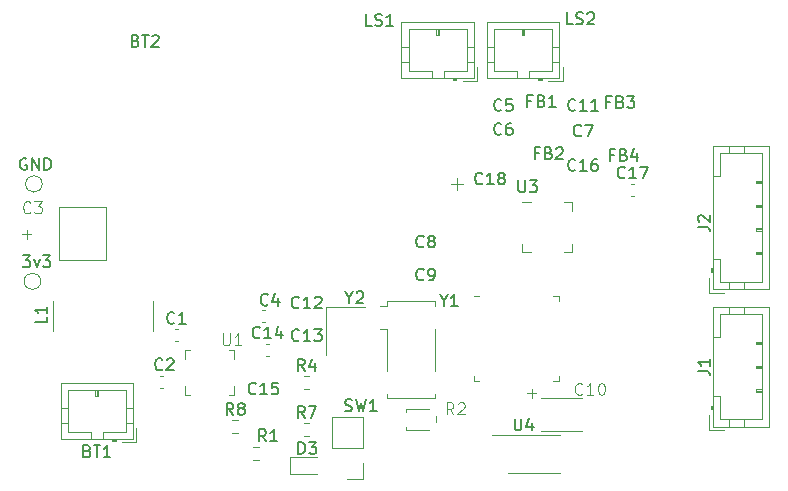
<source format=gbr>
%TF.GenerationSoftware,KiCad,Pcbnew,7.0.9*%
%TF.CreationDate,2024-01-02T07:57:38-07:00*%
%TF.ProjectId,ElephantR9,456c6570-6861-46e7-9452-392e6b696361,rev?*%
%TF.SameCoordinates,Original*%
%TF.FileFunction,Legend,Top*%
%TF.FilePolarity,Positive*%
%FSLAX46Y46*%
G04 Gerber Fmt 4.6, Leading zero omitted, Abs format (unit mm)*
G04 Created by KiCad (PCBNEW 7.0.9) date 2024-01-02 07:57:38*
%MOMM*%
%LPD*%
G01*
G04 APERTURE LIST*
%ADD10C,0.150000*%
%ADD11C,0.100000*%
%ADD12C,0.120000*%
G04 APERTURE END LIST*
D10*
X64902142Y-30551580D02*
X64854523Y-30599200D01*
X64854523Y-30599200D02*
X64711666Y-30646819D01*
X64711666Y-30646819D02*
X64616428Y-30646819D01*
X64616428Y-30646819D02*
X64473571Y-30599200D01*
X64473571Y-30599200D02*
X64378333Y-30503961D01*
X64378333Y-30503961D02*
X64330714Y-30408723D01*
X64330714Y-30408723D02*
X64283095Y-30218247D01*
X64283095Y-30218247D02*
X64283095Y-30075390D01*
X64283095Y-30075390D02*
X64330714Y-29884914D01*
X64330714Y-29884914D02*
X64378333Y-29789676D01*
X64378333Y-29789676D02*
X64473571Y-29694438D01*
X64473571Y-29694438D02*
X64616428Y-29646819D01*
X64616428Y-29646819D02*
X64711666Y-29646819D01*
X64711666Y-29646819D02*
X64854523Y-29694438D01*
X64854523Y-29694438D02*
X64902142Y-29742057D01*
X65854523Y-30646819D02*
X65283095Y-30646819D01*
X65568809Y-30646819D02*
X65568809Y-29646819D01*
X65568809Y-29646819D02*
X65473571Y-29789676D01*
X65473571Y-29789676D02*
X65378333Y-29884914D01*
X65378333Y-29884914D02*
X65283095Y-29932533D01*
X66711666Y-29646819D02*
X66521190Y-29646819D01*
X66521190Y-29646819D02*
X66425952Y-29694438D01*
X66425952Y-29694438D02*
X66378333Y-29742057D01*
X66378333Y-29742057D02*
X66283095Y-29884914D01*
X66283095Y-29884914D02*
X66235476Y-30075390D01*
X66235476Y-30075390D02*
X66235476Y-30456342D01*
X66235476Y-30456342D02*
X66283095Y-30551580D01*
X66283095Y-30551580D02*
X66330714Y-30599200D01*
X66330714Y-30599200D02*
X66425952Y-30646819D01*
X66425952Y-30646819D02*
X66616428Y-30646819D01*
X66616428Y-30646819D02*
X66711666Y-30599200D01*
X66711666Y-30599200D02*
X66759285Y-30551580D01*
X66759285Y-30551580D02*
X66806904Y-30456342D01*
X66806904Y-30456342D02*
X66806904Y-30218247D01*
X66806904Y-30218247D02*
X66759285Y-30123009D01*
X66759285Y-30123009D02*
X66711666Y-30075390D01*
X66711666Y-30075390D02*
X66616428Y-30027771D01*
X66616428Y-30027771D02*
X66425952Y-30027771D01*
X66425952Y-30027771D02*
X66330714Y-30075390D01*
X66330714Y-30075390D02*
X66283095Y-30123009D01*
X66283095Y-30123009D02*
X66235476Y-30218247D01*
X52043333Y-39822580D02*
X51995714Y-39870200D01*
X51995714Y-39870200D02*
X51852857Y-39917819D01*
X51852857Y-39917819D02*
X51757619Y-39917819D01*
X51757619Y-39917819D02*
X51614762Y-39870200D01*
X51614762Y-39870200D02*
X51519524Y-39774961D01*
X51519524Y-39774961D02*
X51471905Y-39679723D01*
X51471905Y-39679723D02*
X51424286Y-39489247D01*
X51424286Y-39489247D02*
X51424286Y-39346390D01*
X51424286Y-39346390D02*
X51471905Y-39155914D01*
X51471905Y-39155914D02*
X51519524Y-39060676D01*
X51519524Y-39060676D02*
X51614762Y-38965438D01*
X51614762Y-38965438D02*
X51757619Y-38917819D01*
X51757619Y-38917819D02*
X51852857Y-38917819D01*
X51852857Y-38917819D02*
X51995714Y-38965438D01*
X51995714Y-38965438D02*
X52043333Y-39013057D01*
X52519524Y-39917819D02*
X52710000Y-39917819D01*
X52710000Y-39917819D02*
X52805238Y-39870200D01*
X52805238Y-39870200D02*
X52852857Y-39822580D01*
X52852857Y-39822580D02*
X52948095Y-39679723D01*
X52948095Y-39679723D02*
X52995714Y-39489247D01*
X52995714Y-39489247D02*
X52995714Y-39108295D01*
X52995714Y-39108295D02*
X52948095Y-39013057D01*
X52948095Y-39013057D02*
X52900476Y-38965438D01*
X52900476Y-38965438D02*
X52805238Y-38917819D01*
X52805238Y-38917819D02*
X52614762Y-38917819D01*
X52614762Y-38917819D02*
X52519524Y-38965438D01*
X52519524Y-38965438D02*
X52471905Y-39013057D01*
X52471905Y-39013057D02*
X52424286Y-39108295D01*
X52424286Y-39108295D02*
X52424286Y-39346390D01*
X52424286Y-39346390D02*
X52471905Y-39441628D01*
X52471905Y-39441628D02*
X52519524Y-39489247D01*
X52519524Y-39489247D02*
X52614762Y-39536866D01*
X52614762Y-39536866D02*
X52805238Y-39536866D01*
X52805238Y-39536866D02*
X52900476Y-39489247D01*
X52900476Y-39489247D02*
X52948095Y-39441628D01*
X52948095Y-39441628D02*
X52995714Y-39346390D01*
X52043333Y-37028580D02*
X51995714Y-37076200D01*
X51995714Y-37076200D02*
X51852857Y-37123819D01*
X51852857Y-37123819D02*
X51757619Y-37123819D01*
X51757619Y-37123819D02*
X51614762Y-37076200D01*
X51614762Y-37076200D02*
X51519524Y-36980961D01*
X51519524Y-36980961D02*
X51471905Y-36885723D01*
X51471905Y-36885723D02*
X51424286Y-36695247D01*
X51424286Y-36695247D02*
X51424286Y-36552390D01*
X51424286Y-36552390D02*
X51471905Y-36361914D01*
X51471905Y-36361914D02*
X51519524Y-36266676D01*
X51519524Y-36266676D02*
X51614762Y-36171438D01*
X51614762Y-36171438D02*
X51757619Y-36123819D01*
X51757619Y-36123819D02*
X51852857Y-36123819D01*
X51852857Y-36123819D02*
X51995714Y-36171438D01*
X51995714Y-36171438D02*
X52043333Y-36219057D01*
X52614762Y-36552390D02*
X52519524Y-36504771D01*
X52519524Y-36504771D02*
X52471905Y-36457152D01*
X52471905Y-36457152D02*
X52424286Y-36361914D01*
X52424286Y-36361914D02*
X52424286Y-36314295D01*
X52424286Y-36314295D02*
X52471905Y-36219057D01*
X52471905Y-36219057D02*
X52519524Y-36171438D01*
X52519524Y-36171438D02*
X52614762Y-36123819D01*
X52614762Y-36123819D02*
X52805238Y-36123819D01*
X52805238Y-36123819D02*
X52900476Y-36171438D01*
X52900476Y-36171438D02*
X52948095Y-36219057D01*
X52948095Y-36219057D02*
X52995714Y-36314295D01*
X52995714Y-36314295D02*
X52995714Y-36361914D01*
X52995714Y-36361914D02*
X52948095Y-36457152D01*
X52948095Y-36457152D02*
X52900476Y-36504771D01*
X52900476Y-36504771D02*
X52805238Y-36552390D01*
X52805238Y-36552390D02*
X52614762Y-36552390D01*
X52614762Y-36552390D02*
X52519524Y-36600009D01*
X52519524Y-36600009D02*
X52471905Y-36647628D01*
X52471905Y-36647628D02*
X52424286Y-36742866D01*
X52424286Y-36742866D02*
X52424286Y-36933342D01*
X52424286Y-36933342D02*
X52471905Y-37028580D01*
X52471905Y-37028580D02*
X52519524Y-37076200D01*
X52519524Y-37076200D02*
X52614762Y-37123819D01*
X52614762Y-37123819D02*
X52805238Y-37123819D01*
X52805238Y-37123819D02*
X52900476Y-37076200D01*
X52900476Y-37076200D02*
X52948095Y-37028580D01*
X52948095Y-37028580D02*
X52995714Y-36933342D01*
X52995714Y-36933342D02*
X52995714Y-36742866D01*
X52995714Y-36742866D02*
X52948095Y-36647628D01*
X52948095Y-36647628D02*
X52900476Y-36600009D01*
X52900476Y-36600009D02*
X52805238Y-36552390D01*
D11*
X18756333Y-34144180D02*
X18708714Y-34191800D01*
X18708714Y-34191800D02*
X18565857Y-34239419D01*
X18565857Y-34239419D02*
X18470619Y-34239419D01*
X18470619Y-34239419D02*
X18327762Y-34191800D01*
X18327762Y-34191800D02*
X18232524Y-34096561D01*
X18232524Y-34096561D02*
X18184905Y-34001323D01*
X18184905Y-34001323D02*
X18137286Y-33810847D01*
X18137286Y-33810847D02*
X18137286Y-33667990D01*
X18137286Y-33667990D02*
X18184905Y-33477514D01*
X18184905Y-33477514D02*
X18232524Y-33382276D01*
X18232524Y-33382276D02*
X18327762Y-33287038D01*
X18327762Y-33287038D02*
X18470619Y-33239419D01*
X18470619Y-33239419D02*
X18565857Y-33239419D01*
X18565857Y-33239419D02*
X18708714Y-33287038D01*
X18708714Y-33287038D02*
X18756333Y-33334657D01*
X19089667Y-33239419D02*
X19708714Y-33239419D01*
X19708714Y-33239419D02*
X19375381Y-33620371D01*
X19375381Y-33620371D02*
X19518238Y-33620371D01*
X19518238Y-33620371D02*
X19613476Y-33667990D01*
X19613476Y-33667990D02*
X19661095Y-33715609D01*
X19661095Y-33715609D02*
X19708714Y-33810847D01*
X19708714Y-33810847D02*
X19708714Y-34048942D01*
X19708714Y-34048942D02*
X19661095Y-34144180D01*
X19661095Y-34144180D02*
X19613476Y-34191800D01*
X19613476Y-34191800D02*
X19518238Y-34239419D01*
X19518238Y-34239419D02*
X19232524Y-34239419D01*
X19232524Y-34239419D02*
X19137286Y-34191800D01*
X19137286Y-34191800D02*
X19089667Y-34144180D01*
X18047782Y-36031364D02*
X18809687Y-36031364D01*
X18428734Y-36412317D02*
X18428734Y-35650412D01*
D10*
X60071095Y-31458819D02*
X60071095Y-32268342D01*
X60071095Y-32268342D02*
X60118714Y-32363580D01*
X60118714Y-32363580D02*
X60166333Y-32411200D01*
X60166333Y-32411200D02*
X60261571Y-32458819D01*
X60261571Y-32458819D02*
X60452047Y-32458819D01*
X60452047Y-32458819D02*
X60547285Y-32411200D01*
X60547285Y-32411200D02*
X60594904Y-32363580D01*
X60594904Y-32363580D02*
X60642523Y-32268342D01*
X60642523Y-32268342D02*
X60642523Y-31458819D01*
X61023476Y-31458819D02*
X61642523Y-31458819D01*
X61642523Y-31458819D02*
X61309190Y-31839771D01*
X61309190Y-31839771D02*
X61452047Y-31839771D01*
X61452047Y-31839771D02*
X61547285Y-31887390D01*
X61547285Y-31887390D02*
X61594904Y-31935009D01*
X61594904Y-31935009D02*
X61642523Y-32030247D01*
X61642523Y-32030247D02*
X61642523Y-32268342D01*
X61642523Y-32268342D02*
X61594904Y-32363580D01*
X61594904Y-32363580D02*
X61547285Y-32411200D01*
X61547285Y-32411200D02*
X61452047Y-32458819D01*
X61452047Y-32458819D02*
X61166333Y-32458819D01*
X61166333Y-32458819D02*
X61071095Y-32411200D01*
X61071095Y-32411200D02*
X61023476Y-32363580D01*
X61777666Y-29141009D02*
X61444333Y-29141009D01*
X61444333Y-29664819D02*
X61444333Y-28664819D01*
X61444333Y-28664819D02*
X61920523Y-28664819D01*
X62634809Y-29141009D02*
X62777666Y-29188628D01*
X62777666Y-29188628D02*
X62825285Y-29236247D01*
X62825285Y-29236247D02*
X62872904Y-29331485D01*
X62872904Y-29331485D02*
X62872904Y-29474342D01*
X62872904Y-29474342D02*
X62825285Y-29569580D01*
X62825285Y-29569580D02*
X62777666Y-29617200D01*
X62777666Y-29617200D02*
X62682428Y-29664819D01*
X62682428Y-29664819D02*
X62301476Y-29664819D01*
X62301476Y-29664819D02*
X62301476Y-28664819D01*
X62301476Y-28664819D02*
X62634809Y-28664819D01*
X62634809Y-28664819D02*
X62730047Y-28712438D01*
X62730047Y-28712438D02*
X62777666Y-28760057D01*
X62777666Y-28760057D02*
X62825285Y-28855295D01*
X62825285Y-28855295D02*
X62825285Y-28950533D01*
X62825285Y-28950533D02*
X62777666Y-29045771D01*
X62777666Y-29045771D02*
X62730047Y-29093390D01*
X62730047Y-29093390D02*
X62634809Y-29141009D01*
X62634809Y-29141009D02*
X62301476Y-29141009D01*
X63253857Y-28760057D02*
X63301476Y-28712438D01*
X63301476Y-28712438D02*
X63396714Y-28664819D01*
X63396714Y-28664819D02*
X63634809Y-28664819D01*
X63634809Y-28664819D02*
X63730047Y-28712438D01*
X63730047Y-28712438D02*
X63777666Y-28760057D01*
X63777666Y-28760057D02*
X63825285Y-28855295D01*
X63825285Y-28855295D02*
X63825285Y-28950533D01*
X63825285Y-28950533D02*
X63777666Y-29093390D01*
X63777666Y-29093390D02*
X63206238Y-29664819D01*
X63206238Y-29664819D02*
X63825285Y-29664819D01*
X38183040Y-44740478D02*
X38135421Y-44788098D01*
X38135421Y-44788098D02*
X37992564Y-44835717D01*
X37992564Y-44835717D02*
X37897326Y-44835717D01*
X37897326Y-44835717D02*
X37754469Y-44788098D01*
X37754469Y-44788098D02*
X37659231Y-44692859D01*
X37659231Y-44692859D02*
X37611612Y-44597621D01*
X37611612Y-44597621D02*
X37563993Y-44407145D01*
X37563993Y-44407145D02*
X37563993Y-44264288D01*
X37563993Y-44264288D02*
X37611612Y-44073812D01*
X37611612Y-44073812D02*
X37659231Y-43978574D01*
X37659231Y-43978574D02*
X37754469Y-43883336D01*
X37754469Y-43883336D02*
X37897326Y-43835717D01*
X37897326Y-43835717D02*
X37992564Y-43835717D01*
X37992564Y-43835717D02*
X38135421Y-43883336D01*
X38135421Y-43883336D02*
X38183040Y-43930955D01*
X39135421Y-44835717D02*
X38563993Y-44835717D01*
X38849707Y-44835717D02*
X38849707Y-43835717D01*
X38849707Y-43835717D02*
X38754469Y-43978574D01*
X38754469Y-43978574D02*
X38659231Y-44073812D01*
X38659231Y-44073812D02*
X38563993Y-44121431D01*
X39992564Y-44169050D02*
X39992564Y-44835717D01*
X39754469Y-43788098D02*
X39516374Y-44502383D01*
X39516374Y-44502383D02*
X40135421Y-44502383D01*
X67850666Y-24796009D02*
X67517333Y-24796009D01*
X67517333Y-25319819D02*
X67517333Y-24319819D01*
X67517333Y-24319819D02*
X67993523Y-24319819D01*
X68707809Y-24796009D02*
X68850666Y-24843628D01*
X68850666Y-24843628D02*
X68898285Y-24891247D01*
X68898285Y-24891247D02*
X68945904Y-24986485D01*
X68945904Y-24986485D02*
X68945904Y-25129342D01*
X68945904Y-25129342D02*
X68898285Y-25224580D01*
X68898285Y-25224580D02*
X68850666Y-25272200D01*
X68850666Y-25272200D02*
X68755428Y-25319819D01*
X68755428Y-25319819D02*
X68374476Y-25319819D01*
X68374476Y-25319819D02*
X68374476Y-24319819D01*
X68374476Y-24319819D02*
X68707809Y-24319819D01*
X68707809Y-24319819D02*
X68803047Y-24367438D01*
X68803047Y-24367438D02*
X68850666Y-24415057D01*
X68850666Y-24415057D02*
X68898285Y-24510295D01*
X68898285Y-24510295D02*
X68898285Y-24605533D01*
X68898285Y-24605533D02*
X68850666Y-24700771D01*
X68850666Y-24700771D02*
X68803047Y-24748390D01*
X68803047Y-24748390D02*
X68707809Y-24796009D01*
X68707809Y-24796009D02*
X68374476Y-24796009D01*
X69279238Y-24319819D02*
X69898285Y-24319819D01*
X69898285Y-24319819D02*
X69564952Y-24700771D01*
X69564952Y-24700771D02*
X69707809Y-24700771D01*
X69707809Y-24700771D02*
X69803047Y-24748390D01*
X69803047Y-24748390D02*
X69850666Y-24796009D01*
X69850666Y-24796009D02*
X69898285Y-24891247D01*
X69898285Y-24891247D02*
X69898285Y-25129342D01*
X69898285Y-25129342D02*
X69850666Y-25224580D01*
X69850666Y-25224580D02*
X69803047Y-25272200D01*
X69803047Y-25272200D02*
X69707809Y-25319819D01*
X69707809Y-25319819D02*
X69422095Y-25319819D01*
X69422095Y-25319819D02*
X69326857Y-25272200D01*
X69326857Y-25272200D02*
X69279238Y-25224580D01*
X29932333Y-47431580D02*
X29884714Y-47479200D01*
X29884714Y-47479200D02*
X29741857Y-47526819D01*
X29741857Y-47526819D02*
X29646619Y-47526819D01*
X29646619Y-47526819D02*
X29503762Y-47479200D01*
X29503762Y-47479200D02*
X29408524Y-47383961D01*
X29408524Y-47383961D02*
X29360905Y-47288723D01*
X29360905Y-47288723D02*
X29313286Y-47098247D01*
X29313286Y-47098247D02*
X29313286Y-46955390D01*
X29313286Y-46955390D02*
X29360905Y-46764914D01*
X29360905Y-46764914D02*
X29408524Y-46669676D01*
X29408524Y-46669676D02*
X29503762Y-46574438D01*
X29503762Y-46574438D02*
X29646619Y-46526819D01*
X29646619Y-46526819D02*
X29741857Y-46526819D01*
X29741857Y-46526819D02*
X29884714Y-46574438D01*
X29884714Y-46574438D02*
X29932333Y-46622057D01*
X30313286Y-46622057D02*
X30360905Y-46574438D01*
X30360905Y-46574438D02*
X30456143Y-46526819D01*
X30456143Y-46526819D02*
X30694238Y-46526819D01*
X30694238Y-46526819D02*
X30789476Y-46574438D01*
X30789476Y-46574438D02*
X30837095Y-46622057D01*
X30837095Y-46622057D02*
X30884714Y-46717295D01*
X30884714Y-46717295D02*
X30884714Y-46812533D01*
X30884714Y-46812533D02*
X30837095Y-46955390D01*
X30837095Y-46955390D02*
X30265667Y-47526819D01*
X30265667Y-47526819D02*
X30884714Y-47526819D01*
X20116819Y-42996666D02*
X20116819Y-43472856D01*
X20116819Y-43472856D02*
X19116819Y-43472856D01*
X20116819Y-42139523D02*
X20116819Y-42710951D01*
X20116819Y-42425237D02*
X19116819Y-42425237D01*
X19116819Y-42425237D02*
X19259676Y-42520475D01*
X19259676Y-42520475D02*
X19354914Y-42615713D01*
X19354914Y-42615713D02*
X19402533Y-42710951D01*
X41498040Y-44963478D02*
X41450421Y-45011098D01*
X41450421Y-45011098D02*
X41307564Y-45058717D01*
X41307564Y-45058717D02*
X41212326Y-45058717D01*
X41212326Y-45058717D02*
X41069469Y-45011098D01*
X41069469Y-45011098D02*
X40974231Y-44915859D01*
X40974231Y-44915859D02*
X40926612Y-44820621D01*
X40926612Y-44820621D02*
X40878993Y-44630145D01*
X40878993Y-44630145D02*
X40878993Y-44487288D01*
X40878993Y-44487288D02*
X40926612Y-44296812D01*
X40926612Y-44296812D02*
X40974231Y-44201574D01*
X40974231Y-44201574D02*
X41069469Y-44106336D01*
X41069469Y-44106336D02*
X41212326Y-44058717D01*
X41212326Y-44058717D02*
X41307564Y-44058717D01*
X41307564Y-44058717D02*
X41450421Y-44106336D01*
X41450421Y-44106336D02*
X41498040Y-44153955D01*
X42450421Y-45058717D02*
X41878993Y-45058717D01*
X42164707Y-45058717D02*
X42164707Y-44058717D01*
X42164707Y-44058717D02*
X42069469Y-44201574D01*
X42069469Y-44201574D02*
X41974231Y-44296812D01*
X41974231Y-44296812D02*
X41878993Y-44344431D01*
X42783755Y-44058717D02*
X43402802Y-44058717D01*
X43402802Y-44058717D02*
X43069469Y-44439669D01*
X43069469Y-44439669D02*
X43212326Y-44439669D01*
X43212326Y-44439669D02*
X43307564Y-44487288D01*
X43307564Y-44487288D02*
X43355183Y-44534907D01*
X43355183Y-44534907D02*
X43402802Y-44630145D01*
X43402802Y-44630145D02*
X43402802Y-44868240D01*
X43402802Y-44868240D02*
X43355183Y-44963478D01*
X43355183Y-44963478D02*
X43307564Y-45011098D01*
X43307564Y-45011098D02*
X43212326Y-45058717D01*
X43212326Y-45058717D02*
X42926612Y-45058717D01*
X42926612Y-45058717D02*
X42831374Y-45011098D01*
X42831374Y-45011098D02*
X42783755Y-44963478D01*
X45402667Y-50953200D02*
X45545524Y-51000819D01*
X45545524Y-51000819D02*
X45783619Y-51000819D01*
X45783619Y-51000819D02*
X45878857Y-50953200D01*
X45878857Y-50953200D02*
X45926476Y-50905580D01*
X45926476Y-50905580D02*
X45974095Y-50810342D01*
X45974095Y-50810342D02*
X45974095Y-50715104D01*
X45974095Y-50715104D02*
X45926476Y-50619866D01*
X45926476Y-50619866D02*
X45878857Y-50572247D01*
X45878857Y-50572247D02*
X45783619Y-50524628D01*
X45783619Y-50524628D02*
X45593143Y-50477009D01*
X45593143Y-50477009D02*
X45497905Y-50429390D01*
X45497905Y-50429390D02*
X45450286Y-50381771D01*
X45450286Y-50381771D02*
X45402667Y-50286533D01*
X45402667Y-50286533D02*
X45402667Y-50191295D01*
X45402667Y-50191295D02*
X45450286Y-50096057D01*
X45450286Y-50096057D02*
X45497905Y-50048438D01*
X45497905Y-50048438D02*
X45593143Y-50000819D01*
X45593143Y-50000819D02*
X45831238Y-50000819D01*
X45831238Y-50000819D02*
X45974095Y-50048438D01*
X46307429Y-50000819D02*
X46545524Y-51000819D01*
X46545524Y-51000819D02*
X46736000Y-50286533D01*
X46736000Y-50286533D02*
X46926476Y-51000819D01*
X46926476Y-51000819D02*
X47164572Y-50000819D01*
X48069333Y-51000819D02*
X47497905Y-51000819D01*
X47783619Y-51000819D02*
X47783619Y-50000819D01*
X47783619Y-50000819D02*
X47688381Y-50143676D01*
X47688381Y-50143676D02*
X47593143Y-50238914D01*
X47593143Y-50238914D02*
X47497905Y-50286533D01*
X41974231Y-51566717D02*
X41640898Y-51090526D01*
X41402803Y-51566717D02*
X41402803Y-50566717D01*
X41402803Y-50566717D02*
X41783755Y-50566717D01*
X41783755Y-50566717D02*
X41878993Y-50614336D01*
X41878993Y-50614336D02*
X41926612Y-50661955D01*
X41926612Y-50661955D02*
X41974231Y-50757193D01*
X41974231Y-50757193D02*
X41974231Y-50900050D01*
X41974231Y-50900050D02*
X41926612Y-50995288D01*
X41926612Y-50995288D02*
X41878993Y-51042907D01*
X41878993Y-51042907D02*
X41783755Y-51090526D01*
X41783755Y-51090526D02*
X41402803Y-51090526D01*
X42307565Y-50566717D02*
X42974231Y-50566717D01*
X42974231Y-50566717D02*
X42545660Y-51566717D01*
X38862431Y-41954078D02*
X38814812Y-42001698D01*
X38814812Y-42001698D02*
X38671955Y-42049317D01*
X38671955Y-42049317D02*
X38576717Y-42049317D01*
X38576717Y-42049317D02*
X38433860Y-42001698D01*
X38433860Y-42001698D02*
X38338622Y-41906459D01*
X38338622Y-41906459D02*
X38291003Y-41811221D01*
X38291003Y-41811221D02*
X38243384Y-41620745D01*
X38243384Y-41620745D02*
X38243384Y-41477888D01*
X38243384Y-41477888D02*
X38291003Y-41287412D01*
X38291003Y-41287412D02*
X38338622Y-41192174D01*
X38338622Y-41192174D02*
X38433860Y-41096936D01*
X38433860Y-41096936D02*
X38576717Y-41049317D01*
X38576717Y-41049317D02*
X38671955Y-41049317D01*
X38671955Y-41049317D02*
X38814812Y-41096936D01*
X38814812Y-41096936D02*
X38862431Y-41144555D01*
X39719574Y-41382650D02*
X39719574Y-42049317D01*
X39481479Y-41001698D02*
X39243384Y-41715983D01*
X39243384Y-41715983D02*
X39862431Y-41715983D01*
X59740895Y-51626419D02*
X59740895Y-52435942D01*
X59740895Y-52435942D02*
X59788514Y-52531180D01*
X59788514Y-52531180D02*
X59836133Y-52578800D01*
X59836133Y-52578800D02*
X59931371Y-52626419D01*
X59931371Y-52626419D02*
X60121847Y-52626419D01*
X60121847Y-52626419D02*
X60217085Y-52578800D01*
X60217085Y-52578800D02*
X60264704Y-52531180D01*
X60264704Y-52531180D02*
X60312323Y-52435942D01*
X60312323Y-52435942D02*
X60312323Y-51626419D01*
X61217085Y-51959752D02*
X61217085Y-52626419D01*
X60978990Y-51578800D02*
X60740895Y-52293085D01*
X60740895Y-52293085D02*
X61359942Y-52293085D01*
X37851142Y-49474580D02*
X37803523Y-49522200D01*
X37803523Y-49522200D02*
X37660666Y-49569819D01*
X37660666Y-49569819D02*
X37565428Y-49569819D01*
X37565428Y-49569819D02*
X37422571Y-49522200D01*
X37422571Y-49522200D02*
X37327333Y-49426961D01*
X37327333Y-49426961D02*
X37279714Y-49331723D01*
X37279714Y-49331723D02*
X37232095Y-49141247D01*
X37232095Y-49141247D02*
X37232095Y-48998390D01*
X37232095Y-48998390D02*
X37279714Y-48807914D01*
X37279714Y-48807914D02*
X37327333Y-48712676D01*
X37327333Y-48712676D02*
X37422571Y-48617438D01*
X37422571Y-48617438D02*
X37565428Y-48569819D01*
X37565428Y-48569819D02*
X37660666Y-48569819D01*
X37660666Y-48569819D02*
X37803523Y-48617438D01*
X37803523Y-48617438D02*
X37851142Y-48665057D01*
X38803523Y-49569819D02*
X38232095Y-49569819D01*
X38517809Y-49569819D02*
X38517809Y-48569819D01*
X38517809Y-48569819D02*
X38422571Y-48712676D01*
X38422571Y-48712676D02*
X38327333Y-48807914D01*
X38327333Y-48807914D02*
X38232095Y-48855533D01*
X39708285Y-48569819D02*
X39232095Y-48569819D01*
X39232095Y-48569819D02*
X39184476Y-49046009D01*
X39184476Y-49046009D02*
X39232095Y-48998390D01*
X39232095Y-48998390D02*
X39327333Y-48950771D01*
X39327333Y-48950771D02*
X39565428Y-48950771D01*
X39565428Y-48950771D02*
X39660666Y-48998390D01*
X39660666Y-48998390D02*
X39708285Y-49046009D01*
X39708285Y-49046009D02*
X39755904Y-49141247D01*
X39755904Y-49141247D02*
X39755904Y-49379342D01*
X39755904Y-49379342D02*
X39708285Y-49474580D01*
X39708285Y-49474580D02*
X39660666Y-49522200D01*
X39660666Y-49522200D02*
X39565428Y-49569819D01*
X39565428Y-49569819D02*
X39327333Y-49569819D01*
X39327333Y-49569819D02*
X39232095Y-49522200D01*
X39232095Y-49522200D02*
X39184476Y-49474580D01*
X45751809Y-41380628D02*
X45751809Y-41856819D01*
X45418476Y-40856819D02*
X45751809Y-41380628D01*
X45751809Y-41380628D02*
X46085142Y-40856819D01*
X46370857Y-40952057D02*
X46418476Y-40904438D01*
X46418476Y-40904438D02*
X46513714Y-40856819D01*
X46513714Y-40856819D02*
X46751809Y-40856819D01*
X46751809Y-40856819D02*
X46847047Y-40904438D01*
X46847047Y-40904438D02*
X46894666Y-40952057D01*
X46894666Y-40952057D02*
X46942285Y-41047295D01*
X46942285Y-41047295D02*
X46942285Y-41142533D01*
X46942285Y-41142533D02*
X46894666Y-41285390D01*
X46894666Y-41285390D02*
X46323238Y-41856819D01*
X46323238Y-41856819D02*
X46942285Y-41856819D01*
X58621333Y-25471580D02*
X58573714Y-25519200D01*
X58573714Y-25519200D02*
X58430857Y-25566819D01*
X58430857Y-25566819D02*
X58335619Y-25566819D01*
X58335619Y-25566819D02*
X58192762Y-25519200D01*
X58192762Y-25519200D02*
X58097524Y-25423961D01*
X58097524Y-25423961D02*
X58049905Y-25328723D01*
X58049905Y-25328723D02*
X58002286Y-25138247D01*
X58002286Y-25138247D02*
X58002286Y-24995390D01*
X58002286Y-24995390D02*
X58049905Y-24804914D01*
X58049905Y-24804914D02*
X58097524Y-24709676D01*
X58097524Y-24709676D02*
X58192762Y-24614438D01*
X58192762Y-24614438D02*
X58335619Y-24566819D01*
X58335619Y-24566819D02*
X58430857Y-24566819D01*
X58430857Y-24566819D02*
X58573714Y-24614438D01*
X58573714Y-24614438D02*
X58621333Y-24662057D01*
X59526095Y-24566819D02*
X59049905Y-24566819D01*
X59049905Y-24566819D02*
X59002286Y-25043009D01*
X59002286Y-25043009D02*
X59049905Y-24995390D01*
X59049905Y-24995390D02*
X59145143Y-24947771D01*
X59145143Y-24947771D02*
X59383238Y-24947771D01*
X59383238Y-24947771D02*
X59478476Y-24995390D01*
X59478476Y-24995390D02*
X59526095Y-25043009D01*
X59526095Y-25043009D02*
X59573714Y-25138247D01*
X59573714Y-25138247D02*
X59573714Y-25376342D01*
X59573714Y-25376342D02*
X59526095Y-25471580D01*
X59526095Y-25471580D02*
X59478476Y-25519200D01*
X59478476Y-25519200D02*
X59383238Y-25566819D01*
X59383238Y-25566819D02*
X59145143Y-25566819D01*
X59145143Y-25566819D02*
X59049905Y-25519200D01*
X59049905Y-25519200D02*
X59002286Y-25471580D01*
X27662285Y-19616009D02*
X27805142Y-19663628D01*
X27805142Y-19663628D02*
X27852761Y-19711247D01*
X27852761Y-19711247D02*
X27900380Y-19806485D01*
X27900380Y-19806485D02*
X27900380Y-19949342D01*
X27900380Y-19949342D02*
X27852761Y-20044580D01*
X27852761Y-20044580D02*
X27805142Y-20092200D01*
X27805142Y-20092200D02*
X27709904Y-20139819D01*
X27709904Y-20139819D02*
X27328952Y-20139819D01*
X27328952Y-20139819D02*
X27328952Y-19139819D01*
X27328952Y-19139819D02*
X27662285Y-19139819D01*
X27662285Y-19139819D02*
X27757523Y-19187438D01*
X27757523Y-19187438D02*
X27805142Y-19235057D01*
X27805142Y-19235057D02*
X27852761Y-19330295D01*
X27852761Y-19330295D02*
X27852761Y-19425533D01*
X27852761Y-19425533D02*
X27805142Y-19520771D01*
X27805142Y-19520771D02*
X27757523Y-19568390D01*
X27757523Y-19568390D02*
X27662285Y-19616009D01*
X27662285Y-19616009D02*
X27328952Y-19616009D01*
X28186095Y-19139819D02*
X28757523Y-19139819D01*
X28471809Y-20139819D02*
X28471809Y-19139819D01*
X29043238Y-19235057D02*
X29090857Y-19187438D01*
X29090857Y-19187438D02*
X29186095Y-19139819D01*
X29186095Y-19139819D02*
X29424190Y-19139819D01*
X29424190Y-19139819D02*
X29519428Y-19187438D01*
X29519428Y-19187438D02*
X29567047Y-19235057D01*
X29567047Y-19235057D02*
X29614666Y-19330295D01*
X29614666Y-19330295D02*
X29614666Y-19425533D01*
X29614666Y-19425533D02*
X29567047Y-19568390D01*
X29567047Y-19568390D02*
X28995619Y-20139819D01*
X28995619Y-20139819D02*
X29614666Y-20139819D01*
X64902142Y-25471580D02*
X64854523Y-25519200D01*
X64854523Y-25519200D02*
X64711666Y-25566819D01*
X64711666Y-25566819D02*
X64616428Y-25566819D01*
X64616428Y-25566819D02*
X64473571Y-25519200D01*
X64473571Y-25519200D02*
X64378333Y-25423961D01*
X64378333Y-25423961D02*
X64330714Y-25328723D01*
X64330714Y-25328723D02*
X64283095Y-25138247D01*
X64283095Y-25138247D02*
X64283095Y-24995390D01*
X64283095Y-24995390D02*
X64330714Y-24804914D01*
X64330714Y-24804914D02*
X64378333Y-24709676D01*
X64378333Y-24709676D02*
X64473571Y-24614438D01*
X64473571Y-24614438D02*
X64616428Y-24566819D01*
X64616428Y-24566819D02*
X64711666Y-24566819D01*
X64711666Y-24566819D02*
X64854523Y-24614438D01*
X64854523Y-24614438D02*
X64902142Y-24662057D01*
X65854523Y-25566819D02*
X65283095Y-25566819D01*
X65568809Y-25566819D02*
X65568809Y-24566819D01*
X65568809Y-24566819D02*
X65473571Y-24709676D01*
X65473571Y-24709676D02*
X65378333Y-24804914D01*
X65378333Y-24804914D02*
X65283095Y-24852533D01*
X66806904Y-25566819D02*
X66235476Y-25566819D01*
X66521190Y-25566819D02*
X66521190Y-24566819D01*
X66521190Y-24566819D02*
X66425952Y-24709676D01*
X66425952Y-24709676D02*
X66330714Y-24804914D01*
X66330714Y-24804914D02*
X66235476Y-24852533D01*
X57028142Y-31694580D02*
X56980523Y-31742200D01*
X56980523Y-31742200D02*
X56837666Y-31789819D01*
X56837666Y-31789819D02*
X56742428Y-31789819D01*
X56742428Y-31789819D02*
X56599571Y-31742200D01*
X56599571Y-31742200D02*
X56504333Y-31646961D01*
X56504333Y-31646961D02*
X56456714Y-31551723D01*
X56456714Y-31551723D02*
X56409095Y-31361247D01*
X56409095Y-31361247D02*
X56409095Y-31218390D01*
X56409095Y-31218390D02*
X56456714Y-31027914D01*
X56456714Y-31027914D02*
X56504333Y-30932676D01*
X56504333Y-30932676D02*
X56599571Y-30837438D01*
X56599571Y-30837438D02*
X56742428Y-30789819D01*
X56742428Y-30789819D02*
X56837666Y-30789819D01*
X56837666Y-30789819D02*
X56980523Y-30837438D01*
X56980523Y-30837438D02*
X57028142Y-30885057D01*
X57980523Y-31789819D02*
X57409095Y-31789819D01*
X57694809Y-31789819D02*
X57694809Y-30789819D01*
X57694809Y-30789819D02*
X57599571Y-30932676D01*
X57599571Y-30932676D02*
X57504333Y-31027914D01*
X57504333Y-31027914D02*
X57409095Y-31075533D01*
X58551952Y-31218390D02*
X58456714Y-31170771D01*
X58456714Y-31170771D02*
X58409095Y-31123152D01*
X58409095Y-31123152D02*
X58361476Y-31027914D01*
X58361476Y-31027914D02*
X58361476Y-30980295D01*
X58361476Y-30980295D02*
X58409095Y-30885057D01*
X58409095Y-30885057D02*
X58456714Y-30837438D01*
X58456714Y-30837438D02*
X58551952Y-30789819D01*
X58551952Y-30789819D02*
X58742428Y-30789819D01*
X58742428Y-30789819D02*
X58837666Y-30837438D01*
X58837666Y-30837438D02*
X58885285Y-30885057D01*
X58885285Y-30885057D02*
X58932904Y-30980295D01*
X58932904Y-30980295D02*
X58932904Y-31027914D01*
X58932904Y-31027914D02*
X58885285Y-31123152D01*
X58885285Y-31123152D02*
X58837666Y-31170771D01*
X58837666Y-31170771D02*
X58742428Y-31218390D01*
X58742428Y-31218390D02*
X58551952Y-31218390D01*
X58551952Y-31218390D02*
X58456714Y-31266009D01*
X58456714Y-31266009D02*
X58409095Y-31313628D01*
X58409095Y-31313628D02*
X58361476Y-31408866D01*
X58361476Y-31408866D02*
X58361476Y-31599342D01*
X58361476Y-31599342D02*
X58409095Y-31694580D01*
X58409095Y-31694580D02*
X58456714Y-31742200D01*
X58456714Y-31742200D02*
X58551952Y-31789819D01*
X58551952Y-31789819D02*
X58742428Y-31789819D01*
X58742428Y-31789819D02*
X58837666Y-31742200D01*
X58837666Y-31742200D02*
X58885285Y-31694580D01*
X58885285Y-31694580D02*
X58932904Y-31599342D01*
X58932904Y-31599342D02*
X58932904Y-31408866D01*
X58932904Y-31408866D02*
X58885285Y-31313628D01*
X58885285Y-31313628D02*
X58837666Y-31266009D01*
X58837666Y-31266009D02*
X58742428Y-31218390D01*
X64667142Y-18234819D02*
X64190952Y-18234819D01*
X64190952Y-18234819D02*
X64190952Y-17234819D01*
X64952857Y-18187200D02*
X65095714Y-18234819D01*
X65095714Y-18234819D02*
X65333809Y-18234819D01*
X65333809Y-18234819D02*
X65429047Y-18187200D01*
X65429047Y-18187200D02*
X65476666Y-18139580D01*
X65476666Y-18139580D02*
X65524285Y-18044342D01*
X65524285Y-18044342D02*
X65524285Y-17949104D01*
X65524285Y-17949104D02*
X65476666Y-17853866D01*
X65476666Y-17853866D02*
X65429047Y-17806247D01*
X65429047Y-17806247D02*
X65333809Y-17758628D01*
X65333809Y-17758628D02*
X65143333Y-17711009D01*
X65143333Y-17711009D02*
X65048095Y-17663390D01*
X65048095Y-17663390D02*
X65000476Y-17615771D01*
X65000476Y-17615771D02*
X64952857Y-17520533D01*
X64952857Y-17520533D02*
X64952857Y-17425295D01*
X64952857Y-17425295D02*
X65000476Y-17330057D01*
X65000476Y-17330057D02*
X65048095Y-17282438D01*
X65048095Y-17282438D02*
X65143333Y-17234819D01*
X65143333Y-17234819D02*
X65381428Y-17234819D01*
X65381428Y-17234819D02*
X65524285Y-17282438D01*
X65905238Y-17330057D02*
X65952857Y-17282438D01*
X65952857Y-17282438D02*
X66048095Y-17234819D01*
X66048095Y-17234819D02*
X66286190Y-17234819D01*
X66286190Y-17234819D02*
X66381428Y-17282438D01*
X66381428Y-17282438D02*
X66429047Y-17330057D01*
X66429047Y-17330057D02*
X66476666Y-17425295D01*
X66476666Y-17425295D02*
X66476666Y-17520533D01*
X66476666Y-17520533D02*
X66429047Y-17663390D01*
X66429047Y-17663390D02*
X65857619Y-18234819D01*
X65857619Y-18234819D02*
X66476666Y-18234819D01*
X41498040Y-42199478D02*
X41450421Y-42247098D01*
X41450421Y-42247098D02*
X41307564Y-42294717D01*
X41307564Y-42294717D02*
X41212326Y-42294717D01*
X41212326Y-42294717D02*
X41069469Y-42247098D01*
X41069469Y-42247098D02*
X40974231Y-42151859D01*
X40974231Y-42151859D02*
X40926612Y-42056621D01*
X40926612Y-42056621D02*
X40878993Y-41866145D01*
X40878993Y-41866145D02*
X40878993Y-41723288D01*
X40878993Y-41723288D02*
X40926612Y-41532812D01*
X40926612Y-41532812D02*
X40974231Y-41437574D01*
X40974231Y-41437574D02*
X41069469Y-41342336D01*
X41069469Y-41342336D02*
X41212326Y-41294717D01*
X41212326Y-41294717D02*
X41307564Y-41294717D01*
X41307564Y-41294717D02*
X41450421Y-41342336D01*
X41450421Y-41342336D02*
X41498040Y-41389955D01*
X42450421Y-42294717D02*
X41878993Y-42294717D01*
X42164707Y-42294717D02*
X42164707Y-41294717D01*
X42164707Y-41294717D02*
X42069469Y-41437574D01*
X42069469Y-41437574D02*
X41974231Y-41532812D01*
X41974231Y-41532812D02*
X41878993Y-41580431D01*
X42831374Y-41389955D02*
X42878993Y-41342336D01*
X42878993Y-41342336D02*
X42974231Y-41294717D01*
X42974231Y-41294717D02*
X43212326Y-41294717D01*
X43212326Y-41294717D02*
X43307564Y-41342336D01*
X43307564Y-41342336D02*
X43355183Y-41389955D01*
X43355183Y-41389955D02*
X43402802Y-41485193D01*
X43402802Y-41485193D02*
X43402802Y-41580431D01*
X43402802Y-41580431D02*
X43355183Y-41723288D01*
X43355183Y-41723288D02*
X42783755Y-42294717D01*
X42783755Y-42294717D02*
X43402802Y-42294717D01*
X41442803Y-54614717D02*
X41442803Y-53614717D01*
X41442803Y-53614717D02*
X41680898Y-53614717D01*
X41680898Y-53614717D02*
X41823755Y-53662336D01*
X41823755Y-53662336D02*
X41918993Y-53757574D01*
X41918993Y-53757574D02*
X41966612Y-53852812D01*
X41966612Y-53852812D02*
X42014231Y-54043288D01*
X42014231Y-54043288D02*
X42014231Y-54186145D01*
X42014231Y-54186145D02*
X41966612Y-54376621D01*
X41966612Y-54376621D02*
X41918993Y-54471859D01*
X41918993Y-54471859D02*
X41823755Y-54567098D01*
X41823755Y-54567098D02*
X41680898Y-54614717D01*
X41680898Y-54614717D02*
X41442803Y-54614717D01*
X42347565Y-53614717D02*
X42966612Y-53614717D01*
X42966612Y-53614717D02*
X42633279Y-53995669D01*
X42633279Y-53995669D02*
X42776136Y-53995669D01*
X42776136Y-53995669D02*
X42871374Y-54043288D01*
X42871374Y-54043288D02*
X42918993Y-54090907D01*
X42918993Y-54090907D02*
X42966612Y-54186145D01*
X42966612Y-54186145D02*
X42966612Y-54424240D01*
X42966612Y-54424240D02*
X42918993Y-54519478D01*
X42918993Y-54519478D02*
X42871374Y-54567098D01*
X42871374Y-54567098D02*
X42776136Y-54614717D01*
X42776136Y-54614717D02*
X42490422Y-54614717D01*
X42490422Y-54614717D02*
X42395184Y-54567098D01*
X42395184Y-54567098D02*
X42347565Y-54519478D01*
X38695333Y-53540819D02*
X38362000Y-53064628D01*
X38123905Y-53540819D02*
X38123905Y-52540819D01*
X38123905Y-52540819D02*
X38504857Y-52540819D01*
X38504857Y-52540819D02*
X38600095Y-52588438D01*
X38600095Y-52588438D02*
X38647714Y-52636057D01*
X38647714Y-52636057D02*
X38695333Y-52731295D01*
X38695333Y-52731295D02*
X38695333Y-52874152D01*
X38695333Y-52874152D02*
X38647714Y-52969390D01*
X38647714Y-52969390D02*
X38600095Y-53017009D01*
X38600095Y-53017009D02*
X38504857Y-53064628D01*
X38504857Y-53064628D02*
X38123905Y-53064628D01*
X39647714Y-53540819D02*
X39076286Y-53540819D01*
X39362000Y-53540819D02*
X39362000Y-52540819D01*
X39362000Y-52540819D02*
X39266762Y-52683676D01*
X39266762Y-52683676D02*
X39171524Y-52778914D01*
X39171524Y-52778914D02*
X39076286Y-52826533D01*
X47649142Y-18361819D02*
X47172952Y-18361819D01*
X47172952Y-18361819D02*
X47172952Y-17361819D01*
X47934857Y-18314200D02*
X48077714Y-18361819D01*
X48077714Y-18361819D02*
X48315809Y-18361819D01*
X48315809Y-18361819D02*
X48411047Y-18314200D01*
X48411047Y-18314200D02*
X48458666Y-18266580D01*
X48458666Y-18266580D02*
X48506285Y-18171342D01*
X48506285Y-18171342D02*
X48506285Y-18076104D01*
X48506285Y-18076104D02*
X48458666Y-17980866D01*
X48458666Y-17980866D02*
X48411047Y-17933247D01*
X48411047Y-17933247D02*
X48315809Y-17885628D01*
X48315809Y-17885628D02*
X48125333Y-17838009D01*
X48125333Y-17838009D02*
X48030095Y-17790390D01*
X48030095Y-17790390D02*
X47982476Y-17742771D01*
X47982476Y-17742771D02*
X47934857Y-17647533D01*
X47934857Y-17647533D02*
X47934857Y-17552295D01*
X47934857Y-17552295D02*
X47982476Y-17457057D01*
X47982476Y-17457057D02*
X48030095Y-17409438D01*
X48030095Y-17409438D02*
X48125333Y-17361819D01*
X48125333Y-17361819D02*
X48363428Y-17361819D01*
X48363428Y-17361819D02*
X48506285Y-17409438D01*
X49458666Y-18361819D02*
X48887238Y-18361819D01*
X49172952Y-18361819D02*
X49172952Y-17361819D01*
X49172952Y-17361819D02*
X49077714Y-17504676D01*
X49077714Y-17504676D02*
X48982476Y-17599914D01*
X48982476Y-17599914D02*
X48887238Y-17647533D01*
X53752809Y-41634628D02*
X53752809Y-42110819D01*
X53419476Y-41110819D02*
X53752809Y-41634628D01*
X53752809Y-41634628D02*
X54086142Y-41110819D01*
X54943285Y-42110819D02*
X54371857Y-42110819D01*
X54657571Y-42110819D02*
X54657571Y-41110819D01*
X54657571Y-41110819D02*
X54562333Y-41253676D01*
X54562333Y-41253676D02*
X54467095Y-41348914D01*
X54467095Y-41348914D02*
X54371857Y-41396533D01*
X41960129Y-47585859D02*
X41626796Y-47109668D01*
X41388701Y-47585859D02*
X41388701Y-46585859D01*
X41388701Y-46585859D02*
X41769653Y-46585859D01*
X41769653Y-46585859D02*
X41864891Y-46633478D01*
X41864891Y-46633478D02*
X41912510Y-46681097D01*
X41912510Y-46681097D02*
X41960129Y-46776335D01*
X41960129Y-46776335D02*
X41960129Y-46919192D01*
X41960129Y-46919192D02*
X41912510Y-47014430D01*
X41912510Y-47014430D02*
X41864891Y-47062049D01*
X41864891Y-47062049D02*
X41769653Y-47109668D01*
X41769653Y-47109668D02*
X41388701Y-47109668D01*
X42817272Y-46919192D02*
X42817272Y-47585859D01*
X42579177Y-46538240D02*
X42341082Y-47252525D01*
X42341082Y-47252525D02*
X42960129Y-47252525D01*
X69093142Y-31187580D02*
X69045523Y-31235200D01*
X69045523Y-31235200D02*
X68902666Y-31282819D01*
X68902666Y-31282819D02*
X68807428Y-31282819D01*
X68807428Y-31282819D02*
X68664571Y-31235200D01*
X68664571Y-31235200D02*
X68569333Y-31139961D01*
X68569333Y-31139961D02*
X68521714Y-31044723D01*
X68521714Y-31044723D02*
X68474095Y-30854247D01*
X68474095Y-30854247D02*
X68474095Y-30711390D01*
X68474095Y-30711390D02*
X68521714Y-30520914D01*
X68521714Y-30520914D02*
X68569333Y-30425676D01*
X68569333Y-30425676D02*
X68664571Y-30330438D01*
X68664571Y-30330438D02*
X68807428Y-30282819D01*
X68807428Y-30282819D02*
X68902666Y-30282819D01*
X68902666Y-30282819D02*
X69045523Y-30330438D01*
X69045523Y-30330438D02*
X69093142Y-30378057D01*
X70045523Y-31282819D02*
X69474095Y-31282819D01*
X69759809Y-31282819D02*
X69759809Y-30282819D01*
X69759809Y-30282819D02*
X69664571Y-30425676D01*
X69664571Y-30425676D02*
X69569333Y-30520914D01*
X69569333Y-30520914D02*
X69474095Y-30568533D01*
X70378857Y-30282819D02*
X71045523Y-30282819D01*
X71045523Y-30282819D02*
X70616952Y-31282819D01*
X18415095Y-29601438D02*
X18319857Y-29553819D01*
X18319857Y-29553819D02*
X18177000Y-29553819D01*
X18177000Y-29553819D02*
X18034143Y-29601438D01*
X18034143Y-29601438D02*
X17938905Y-29696676D01*
X17938905Y-29696676D02*
X17891286Y-29791914D01*
X17891286Y-29791914D02*
X17843667Y-29982390D01*
X17843667Y-29982390D02*
X17843667Y-30125247D01*
X17843667Y-30125247D02*
X17891286Y-30315723D01*
X17891286Y-30315723D02*
X17938905Y-30410961D01*
X17938905Y-30410961D02*
X18034143Y-30506200D01*
X18034143Y-30506200D02*
X18177000Y-30553819D01*
X18177000Y-30553819D02*
X18272238Y-30553819D01*
X18272238Y-30553819D02*
X18415095Y-30506200D01*
X18415095Y-30506200D02*
X18462714Y-30458580D01*
X18462714Y-30458580D02*
X18462714Y-30125247D01*
X18462714Y-30125247D02*
X18272238Y-30125247D01*
X18891286Y-30553819D02*
X18891286Y-29553819D01*
X18891286Y-29553819D02*
X19462714Y-30553819D01*
X19462714Y-30553819D02*
X19462714Y-29553819D01*
X19938905Y-30553819D02*
X19938905Y-29553819D01*
X19938905Y-29553819D02*
X20177000Y-29553819D01*
X20177000Y-29553819D02*
X20319857Y-29601438D01*
X20319857Y-29601438D02*
X20415095Y-29696676D01*
X20415095Y-29696676D02*
X20462714Y-29791914D01*
X20462714Y-29791914D02*
X20510333Y-29982390D01*
X20510333Y-29982390D02*
X20510333Y-30125247D01*
X20510333Y-30125247D02*
X20462714Y-30315723D01*
X20462714Y-30315723D02*
X20415095Y-30410961D01*
X20415095Y-30410961D02*
X20319857Y-30506200D01*
X20319857Y-30506200D02*
X20177000Y-30553819D01*
X20177000Y-30553819D02*
X19938905Y-30553819D01*
X23578183Y-54356907D02*
X23721040Y-54404526D01*
X23721040Y-54404526D02*
X23768659Y-54452145D01*
X23768659Y-54452145D02*
X23816278Y-54547383D01*
X23816278Y-54547383D02*
X23816278Y-54690240D01*
X23816278Y-54690240D02*
X23768659Y-54785478D01*
X23768659Y-54785478D02*
X23721040Y-54833098D01*
X23721040Y-54833098D02*
X23625802Y-54880717D01*
X23625802Y-54880717D02*
X23244850Y-54880717D01*
X23244850Y-54880717D02*
X23244850Y-53880717D01*
X23244850Y-53880717D02*
X23578183Y-53880717D01*
X23578183Y-53880717D02*
X23673421Y-53928336D01*
X23673421Y-53928336D02*
X23721040Y-53975955D01*
X23721040Y-53975955D02*
X23768659Y-54071193D01*
X23768659Y-54071193D02*
X23768659Y-54166431D01*
X23768659Y-54166431D02*
X23721040Y-54261669D01*
X23721040Y-54261669D02*
X23673421Y-54309288D01*
X23673421Y-54309288D02*
X23578183Y-54356907D01*
X23578183Y-54356907D02*
X23244850Y-54356907D01*
X24101993Y-53880717D02*
X24673421Y-53880717D01*
X24387707Y-54880717D02*
X24387707Y-53880717D01*
X25530564Y-54880717D02*
X24959136Y-54880717D01*
X25244850Y-54880717D02*
X25244850Y-53880717D01*
X25244850Y-53880717D02*
X25149612Y-54023574D01*
X25149612Y-54023574D02*
X25054374Y-54118812D01*
X25054374Y-54118812D02*
X24959136Y-54166431D01*
X35929231Y-51312717D02*
X35595898Y-50836526D01*
X35357803Y-51312717D02*
X35357803Y-50312717D01*
X35357803Y-50312717D02*
X35738755Y-50312717D01*
X35738755Y-50312717D02*
X35833993Y-50360336D01*
X35833993Y-50360336D02*
X35881612Y-50407955D01*
X35881612Y-50407955D02*
X35929231Y-50503193D01*
X35929231Y-50503193D02*
X35929231Y-50646050D01*
X35929231Y-50646050D02*
X35881612Y-50741288D01*
X35881612Y-50741288D02*
X35833993Y-50788907D01*
X35833993Y-50788907D02*
X35738755Y-50836526D01*
X35738755Y-50836526D02*
X35357803Y-50836526D01*
X36500660Y-50741288D02*
X36405422Y-50693669D01*
X36405422Y-50693669D02*
X36357803Y-50646050D01*
X36357803Y-50646050D02*
X36310184Y-50550812D01*
X36310184Y-50550812D02*
X36310184Y-50503193D01*
X36310184Y-50503193D02*
X36357803Y-50407955D01*
X36357803Y-50407955D02*
X36405422Y-50360336D01*
X36405422Y-50360336D02*
X36500660Y-50312717D01*
X36500660Y-50312717D02*
X36691136Y-50312717D01*
X36691136Y-50312717D02*
X36786374Y-50360336D01*
X36786374Y-50360336D02*
X36833993Y-50407955D01*
X36833993Y-50407955D02*
X36881612Y-50503193D01*
X36881612Y-50503193D02*
X36881612Y-50550812D01*
X36881612Y-50550812D02*
X36833993Y-50646050D01*
X36833993Y-50646050D02*
X36786374Y-50693669D01*
X36786374Y-50693669D02*
X36691136Y-50741288D01*
X36691136Y-50741288D02*
X36500660Y-50741288D01*
X36500660Y-50741288D02*
X36405422Y-50788907D01*
X36405422Y-50788907D02*
X36357803Y-50836526D01*
X36357803Y-50836526D02*
X36310184Y-50931764D01*
X36310184Y-50931764D02*
X36310184Y-51122240D01*
X36310184Y-51122240D02*
X36357803Y-51217478D01*
X36357803Y-51217478D02*
X36405422Y-51265098D01*
X36405422Y-51265098D02*
X36500660Y-51312717D01*
X36500660Y-51312717D02*
X36691136Y-51312717D01*
X36691136Y-51312717D02*
X36786374Y-51265098D01*
X36786374Y-51265098D02*
X36833993Y-51217478D01*
X36833993Y-51217478D02*
X36881612Y-51122240D01*
X36881612Y-51122240D02*
X36881612Y-50931764D01*
X36881612Y-50931764D02*
X36833993Y-50836526D01*
X36833993Y-50836526D02*
X36786374Y-50788907D01*
X36786374Y-50788907D02*
X36691136Y-50741288D01*
X18113524Y-37808819D02*
X18732571Y-37808819D01*
X18732571Y-37808819D02*
X18399238Y-38189771D01*
X18399238Y-38189771D02*
X18542095Y-38189771D01*
X18542095Y-38189771D02*
X18637333Y-38237390D01*
X18637333Y-38237390D02*
X18684952Y-38285009D01*
X18684952Y-38285009D02*
X18732571Y-38380247D01*
X18732571Y-38380247D02*
X18732571Y-38618342D01*
X18732571Y-38618342D02*
X18684952Y-38713580D01*
X18684952Y-38713580D02*
X18637333Y-38761200D01*
X18637333Y-38761200D02*
X18542095Y-38808819D01*
X18542095Y-38808819D02*
X18256381Y-38808819D01*
X18256381Y-38808819D02*
X18161143Y-38761200D01*
X18161143Y-38761200D02*
X18113524Y-38713580D01*
X19065905Y-38142152D02*
X19304000Y-38808819D01*
X19304000Y-38808819D02*
X19542095Y-38142152D01*
X19827810Y-37808819D02*
X20446857Y-37808819D01*
X20446857Y-37808819D02*
X20113524Y-38189771D01*
X20113524Y-38189771D02*
X20256381Y-38189771D01*
X20256381Y-38189771D02*
X20351619Y-38237390D01*
X20351619Y-38237390D02*
X20399238Y-38285009D01*
X20399238Y-38285009D02*
X20446857Y-38380247D01*
X20446857Y-38380247D02*
X20446857Y-38618342D01*
X20446857Y-38618342D02*
X20399238Y-38713580D01*
X20399238Y-38713580D02*
X20351619Y-38761200D01*
X20351619Y-38761200D02*
X20256381Y-38808819D01*
X20256381Y-38808819D02*
X19970667Y-38808819D01*
X19970667Y-38808819D02*
X19875429Y-38761200D01*
X19875429Y-38761200D02*
X19827810Y-38713580D01*
X65378333Y-27630580D02*
X65330714Y-27678200D01*
X65330714Y-27678200D02*
X65187857Y-27725819D01*
X65187857Y-27725819D02*
X65092619Y-27725819D01*
X65092619Y-27725819D02*
X64949762Y-27678200D01*
X64949762Y-27678200D02*
X64854524Y-27582961D01*
X64854524Y-27582961D02*
X64806905Y-27487723D01*
X64806905Y-27487723D02*
X64759286Y-27297247D01*
X64759286Y-27297247D02*
X64759286Y-27154390D01*
X64759286Y-27154390D02*
X64806905Y-26963914D01*
X64806905Y-26963914D02*
X64854524Y-26868676D01*
X64854524Y-26868676D02*
X64949762Y-26773438D01*
X64949762Y-26773438D02*
X65092619Y-26725819D01*
X65092619Y-26725819D02*
X65187857Y-26725819D01*
X65187857Y-26725819D02*
X65330714Y-26773438D01*
X65330714Y-26773438D02*
X65378333Y-26821057D01*
X65711667Y-26725819D02*
X66378333Y-26725819D01*
X66378333Y-26725819D02*
X65949762Y-27725819D01*
X75273819Y-47577333D02*
X75988104Y-47577333D01*
X75988104Y-47577333D02*
X76130961Y-47624952D01*
X76130961Y-47624952D02*
X76226200Y-47720190D01*
X76226200Y-47720190D02*
X76273819Y-47863047D01*
X76273819Y-47863047D02*
X76273819Y-47958285D01*
X76273819Y-46577333D02*
X76273819Y-47148761D01*
X76273819Y-46863047D02*
X75273819Y-46863047D01*
X75273819Y-46863047D02*
X75416676Y-46958285D01*
X75416676Y-46958285D02*
X75511914Y-47053523D01*
X75511914Y-47053523D02*
X75559533Y-47148761D01*
X58621333Y-27503580D02*
X58573714Y-27551200D01*
X58573714Y-27551200D02*
X58430857Y-27598819D01*
X58430857Y-27598819D02*
X58335619Y-27598819D01*
X58335619Y-27598819D02*
X58192762Y-27551200D01*
X58192762Y-27551200D02*
X58097524Y-27455961D01*
X58097524Y-27455961D02*
X58049905Y-27360723D01*
X58049905Y-27360723D02*
X58002286Y-27170247D01*
X58002286Y-27170247D02*
X58002286Y-27027390D01*
X58002286Y-27027390D02*
X58049905Y-26836914D01*
X58049905Y-26836914D02*
X58097524Y-26741676D01*
X58097524Y-26741676D02*
X58192762Y-26646438D01*
X58192762Y-26646438D02*
X58335619Y-26598819D01*
X58335619Y-26598819D02*
X58430857Y-26598819D01*
X58430857Y-26598819D02*
X58573714Y-26646438D01*
X58573714Y-26646438D02*
X58621333Y-26694057D01*
X59478476Y-26598819D02*
X59288000Y-26598819D01*
X59288000Y-26598819D02*
X59192762Y-26646438D01*
X59192762Y-26646438D02*
X59145143Y-26694057D01*
X59145143Y-26694057D02*
X59049905Y-26836914D01*
X59049905Y-26836914D02*
X59002286Y-27027390D01*
X59002286Y-27027390D02*
X59002286Y-27408342D01*
X59002286Y-27408342D02*
X59049905Y-27503580D01*
X59049905Y-27503580D02*
X59097524Y-27551200D01*
X59097524Y-27551200D02*
X59192762Y-27598819D01*
X59192762Y-27598819D02*
X59383238Y-27598819D01*
X59383238Y-27598819D02*
X59478476Y-27551200D01*
X59478476Y-27551200D02*
X59526095Y-27503580D01*
X59526095Y-27503580D02*
X59573714Y-27408342D01*
X59573714Y-27408342D02*
X59573714Y-27170247D01*
X59573714Y-27170247D02*
X59526095Y-27075009D01*
X59526095Y-27075009D02*
X59478476Y-27027390D01*
X59478476Y-27027390D02*
X59383238Y-26979771D01*
X59383238Y-26979771D02*
X59192762Y-26979771D01*
X59192762Y-26979771D02*
X59097524Y-27027390D01*
X59097524Y-27027390D02*
X59049905Y-27075009D01*
X59049905Y-27075009D02*
X59002286Y-27170247D01*
X68127666Y-29268009D02*
X67794333Y-29268009D01*
X67794333Y-29791819D02*
X67794333Y-28791819D01*
X67794333Y-28791819D02*
X68270523Y-28791819D01*
X68984809Y-29268009D02*
X69127666Y-29315628D01*
X69127666Y-29315628D02*
X69175285Y-29363247D01*
X69175285Y-29363247D02*
X69222904Y-29458485D01*
X69222904Y-29458485D02*
X69222904Y-29601342D01*
X69222904Y-29601342D02*
X69175285Y-29696580D01*
X69175285Y-29696580D02*
X69127666Y-29744200D01*
X69127666Y-29744200D02*
X69032428Y-29791819D01*
X69032428Y-29791819D02*
X68651476Y-29791819D01*
X68651476Y-29791819D02*
X68651476Y-28791819D01*
X68651476Y-28791819D02*
X68984809Y-28791819D01*
X68984809Y-28791819D02*
X69080047Y-28839438D01*
X69080047Y-28839438D02*
X69127666Y-28887057D01*
X69127666Y-28887057D02*
X69175285Y-28982295D01*
X69175285Y-28982295D02*
X69175285Y-29077533D01*
X69175285Y-29077533D02*
X69127666Y-29172771D01*
X69127666Y-29172771D02*
X69080047Y-29220390D01*
X69080047Y-29220390D02*
X68984809Y-29268009D01*
X68984809Y-29268009D02*
X68651476Y-29268009D01*
X70080047Y-29125152D02*
X70080047Y-29791819D01*
X69841952Y-28744200D02*
X69603857Y-29458485D01*
X69603857Y-29458485D02*
X70222904Y-29458485D01*
D11*
X65473342Y-49511180D02*
X65425723Y-49558800D01*
X65425723Y-49558800D02*
X65282866Y-49606419D01*
X65282866Y-49606419D02*
X65187628Y-49606419D01*
X65187628Y-49606419D02*
X65044771Y-49558800D01*
X65044771Y-49558800D02*
X64949533Y-49463561D01*
X64949533Y-49463561D02*
X64901914Y-49368323D01*
X64901914Y-49368323D02*
X64854295Y-49177847D01*
X64854295Y-49177847D02*
X64854295Y-49034990D01*
X64854295Y-49034990D02*
X64901914Y-48844514D01*
X64901914Y-48844514D02*
X64949533Y-48749276D01*
X64949533Y-48749276D02*
X65044771Y-48654038D01*
X65044771Y-48654038D02*
X65187628Y-48606419D01*
X65187628Y-48606419D02*
X65282866Y-48606419D01*
X65282866Y-48606419D02*
X65425723Y-48654038D01*
X65425723Y-48654038D02*
X65473342Y-48701657D01*
X66425723Y-49606419D02*
X65854295Y-49606419D01*
X66140009Y-49606419D02*
X66140009Y-48606419D01*
X66140009Y-48606419D02*
X66044771Y-48749276D01*
X66044771Y-48749276D02*
X65949533Y-48844514D01*
X65949533Y-48844514D02*
X65854295Y-48892133D01*
X67044771Y-48606419D02*
X67140009Y-48606419D01*
X67140009Y-48606419D02*
X67235247Y-48654038D01*
X67235247Y-48654038D02*
X67282866Y-48701657D01*
X67282866Y-48701657D02*
X67330485Y-48796895D01*
X67330485Y-48796895D02*
X67378104Y-48987371D01*
X67378104Y-48987371D02*
X67378104Y-49225466D01*
X67378104Y-49225466D02*
X67330485Y-49415942D01*
X67330485Y-49415942D02*
X67282866Y-49511180D01*
X67282866Y-49511180D02*
X67235247Y-49558800D01*
X67235247Y-49558800D02*
X67140009Y-49606419D01*
X67140009Y-49606419D02*
X67044771Y-49606419D01*
X67044771Y-49606419D02*
X66949533Y-49558800D01*
X66949533Y-49558800D02*
X66901914Y-49511180D01*
X66901914Y-49511180D02*
X66854295Y-49415942D01*
X66854295Y-49415942D02*
X66806676Y-49225466D01*
X66806676Y-49225466D02*
X66806676Y-48987371D01*
X66806676Y-48987371D02*
X66854295Y-48796895D01*
X66854295Y-48796895D02*
X66901914Y-48701657D01*
X66901914Y-48701657D02*
X66949533Y-48654038D01*
X66949533Y-48654038D02*
X67044771Y-48606419D01*
X60832084Y-49478666D02*
X61593989Y-49478666D01*
X61213036Y-49859619D02*
X61213036Y-49097714D01*
X54570333Y-51257419D02*
X54237000Y-50781228D01*
X53998905Y-51257419D02*
X53998905Y-50257419D01*
X53998905Y-50257419D02*
X54379857Y-50257419D01*
X54379857Y-50257419D02*
X54475095Y-50305038D01*
X54475095Y-50305038D02*
X54522714Y-50352657D01*
X54522714Y-50352657D02*
X54570333Y-50447895D01*
X54570333Y-50447895D02*
X54570333Y-50590752D01*
X54570333Y-50590752D02*
X54522714Y-50685990D01*
X54522714Y-50685990D02*
X54475095Y-50733609D01*
X54475095Y-50733609D02*
X54379857Y-50781228D01*
X54379857Y-50781228D02*
X53998905Y-50781228D01*
X54951286Y-50352657D02*
X54998905Y-50305038D01*
X54998905Y-50305038D02*
X55094143Y-50257419D01*
X55094143Y-50257419D02*
X55332238Y-50257419D01*
X55332238Y-50257419D02*
X55427476Y-50305038D01*
X55427476Y-50305038D02*
X55475095Y-50352657D01*
X55475095Y-50352657D02*
X55522714Y-50447895D01*
X55522714Y-50447895D02*
X55522714Y-50543133D01*
X55522714Y-50543133D02*
X55475095Y-50685990D01*
X55475095Y-50685990D02*
X54903667Y-51257419D01*
X54903667Y-51257419D02*
X55522714Y-51257419D01*
D10*
X75273819Y-35385333D02*
X75988104Y-35385333D01*
X75988104Y-35385333D02*
X76130961Y-35432952D01*
X76130961Y-35432952D02*
X76226200Y-35528190D01*
X76226200Y-35528190D02*
X76273819Y-35671047D01*
X76273819Y-35671047D02*
X76273819Y-35766285D01*
X75369057Y-34956761D02*
X75321438Y-34909142D01*
X75321438Y-34909142D02*
X75273819Y-34813904D01*
X75273819Y-34813904D02*
X75273819Y-34575809D01*
X75273819Y-34575809D02*
X75321438Y-34480571D01*
X75321438Y-34480571D02*
X75369057Y-34432952D01*
X75369057Y-34432952D02*
X75464295Y-34385333D01*
X75464295Y-34385333D02*
X75559533Y-34385333D01*
X75559533Y-34385333D02*
X75702390Y-34432952D01*
X75702390Y-34432952D02*
X76273819Y-35004380D01*
X76273819Y-35004380D02*
X76273819Y-34385333D01*
X30948333Y-43506580D02*
X30900714Y-43554200D01*
X30900714Y-43554200D02*
X30757857Y-43601819D01*
X30757857Y-43601819D02*
X30662619Y-43601819D01*
X30662619Y-43601819D02*
X30519762Y-43554200D01*
X30519762Y-43554200D02*
X30424524Y-43458961D01*
X30424524Y-43458961D02*
X30376905Y-43363723D01*
X30376905Y-43363723D02*
X30329286Y-43173247D01*
X30329286Y-43173247D02*
X30329286Y-43030390D01*
X30329286Y-43030390D02*
X30376905Y-42839914D01*
X30376905Y-42839914D02*
X30424524Y-42744676D01*
X30424524Y-42744676D02*
X30519762Y-42649438D01*
X30519762Y-42649438D02*
X30662619Y-42601819D01*
X30662619Y-42601819D02*
X30757857Y-42601819D01*
X30757857Y-42601819D02*
X30900714Y-42649438D01*
X30900714Y-42649438D02*
X30948333Y-42697057D01*
X31900714Y-43601819D02*
X31329286Y-43601819D01*
X31615000Y-43601819D02*
X31615000Y-42601819D01*
X31615000Y-42601819D02*
X31519762Y-42744676D01*
X31519762Y-42744676D02*
X31424524Y-42839914D01*
X31424524Y-42839914D02*
X31329286Y-42887533D01*
X61165666Y-24711009D02*
X60832333Y-24711009D01*
X60832333Y-25234819D02*
X60832333Y-24234819D01*
X60832333Y-24234819D02*
X61308523Y-24234819D01*
X62022809Y-24711009D02*
X62165666Y-24758628D01*
X62165666Y-24758628D02*
X62213285Y-24806247D01*
X62213285Y-24806247D02*
X62260904Y-24901485D01*
X62260904Y-24901485D02*
X62260904Y-25044342D01*
X62260904Y-25044342D02*
X62213285Y-25139580D01*
X62213285Y-25139580D02*
X62165666Y-25187200D01*
X62165666Y-25187200D02*
X62070428Y-25234819D01*
X62070428Y-25234819D02*
X61689476Y-25234819D01*
X61689476Y-25234819D02*
X61689476Y-24234819D01*
X61689476Y-24234819D02*
X62022809Y-24234819D01*
X62022809Y-24234819D02*
X62118047Y-24282438D01*
X62118047Y-24282438D02*
X62165666Y-24330057D01*
X62165666Y-24330057D02*
X62213285Y-24425295D01*
X62213285Y-24425295D02*
X62213285Y-24520533D01*
X62213285Y-24520533D02*
X62165666Y-24615771D01*
X62165666Y-24615771D02*
X62118047Y-24663390D01*
X62118047Y-24663390D02*
X62022809Y-24711009D01*
X62022809Y-24711009D02*
X61689476Y-24711009D01*
X63213285Y-25234819D02*
X62641857Y-25234819D01*
X62927571Y-25234819D02*
X62927571Y-24234819D01*
X62927571Y-24234819D02*
X62832333Y-24377676D01*
X62832333Y-24377676D02*
X62737095Y-24472914D01*
X62737095Y-24472914D02*
X62641857Y-24520533D01*
D11*
X35052095Y-44415419D02*
X35052095Y-45224942D01*
X35052095Y-45224942D02*
X35099714Y-45320180D01*
X35099714Y-45320180D02*
X35147333Y-45367800D01*
X35147333Y-45367800D02*
X35242571Y-45415419D01*
X35242571Y-45415419D02*
X35433047Y-45415419D01*
X35433047Y-45415419D02*
X35528285Y-45367800D01*
X35528285Y-45367800D02*
X35575904Y-45320180D01*
X35575904Y-45320180D02*
X35623523Y-45224942D01*
X35623523Y-45224942D02*
X35623523Y-44415419D01*
X36623523Y-45415419D02*
X36052095Y-45415419D01*
X36337809Y-45415419D02*
X36337809Y-44415419D01*
X36337809Y-44415419D02*
X36242571Y-44558276D01*
X36242571Y-44558276D02*
X36147333Y-44653514D01*
X36147333Y-44653514D02*
X36052095Y-44701133D01*
%TO.C,C3*%
X21193000Y-38191000D02*
X25193000Y-38191000D01*
X25193000Y-38191000D02*
X25193000Y-33691000D01*
X25193000Y-33691000D02*
X21193000Y-33691000D01*
X21193000Y-33691000D02*
X21193000Y-38191000D01*
D12*
%TO.C,U3*%
X60406500Y-37527000D02*
X60406500Y-36802000D01*
X61131500Y-33307000D02*
X60406500Y-33307000D01*
X61131500Y-37527000D02*
X60406500Y-37527000D01*
X63901500Y-33307000D02*
X64626500Y-33307000D01*
X63901500Y-37527000D02*
X64626500Y-37527000D01*
X64626500Y-33307000D02*
X64626500Y-34032000D01*
X64626500Y-37527000D02*
X64626500Y-36802000D01*
%TO.C,C14*%
X38685318Y-45300898D02*
X38966478Y-45300898D01*
X38685318Y-46320898D02*
X38966478Y-46320898D01*
%TO.C,C2*%
X29717420Y-47992000D02*
X29998580Y-47992000D01*
X29717420Y-49012000D02*
X29998580Y-49012000D01*
%TO.C,L1*%
X29092000Y-44170000D02*
X29092000Y-41670000D01*
X20692000Y-41670000D02*
X20692000Y-44170000D01*
%TO.C,SW1*%
X46923000Y-56702000D02*
X45593000Y-56702000D01*
X46923000Y-55372000D02*
X46923000Y-56702000D01*
X46923000Y-54102000D02*
X46923000Y-51502000D01*
X46923000Y-54102000D02*
X44263000Y-54102000D01*
X46923000Y-51502000D02*
X44263000Y-51502000D01*
X44263000Y-54102000D02*
X44263000Y-51502000D01*
%TO.C,R7*%
X41903640Y-52019398D02*
X42378156Y-52019398D01*
X41903640Y-53064398D02*
X42378156Y-53064398D01*
%TO.C,C4*%
X38353420Y-42404000D02*
X38634580Y-42404000D01*
X38353420Y-43424000D02*
X38634580Y-43424000D01*
%TO.C,U4*%
X61417200Y-53000000D02*
X57817200Y-53000000D01*
X61417200Y-53000000D02*
X63617200Y-53000000D01*
X61417200Y-56220000D02*
X59217200Y-56220000D01*
X61417200Y-56220000D02*
X63617200Y-56220000D01*
%TO.C,Y2*%
X47040898Y-42202898D02*
X43740898Y-42202898D01*
X43740898Y-42202898D02*
X43740898Y-46202898D01*
%TO.C,U5*%
X56290000Y-48449500D02*
X56290000Y-47974500D01*
X56765000Y-41229500D02*
X56290000Y-41229500D01*
X56765000Y-48449500D02*
X56290000Y-48449500D01*
X63035000Y-41229500D02*
X63510000Y-41229500D01*
X63035000Y-48449500D02*
X63510000Y-48449500D01*
X63510000Y-41229500D02*
X63510000Y-41704500D01*
X63510000Y-48449500D02*
X63510000Y-47974500D01*
%TO.C,BT2*%
X54876000Y-32283000D02*
X54876000Y-31283000D01*
X54376000Y-31783000D02*
X55376000Y-31783000D01*
%TO.C,LS2*%
X63828000Y-23065000D02*
X63828000Y-21815000D01*
X63528000Y-22765000D02*
X63528000Y-18045000D01*
X63528000Y-21455000D02*
X62918000Y-21455000D01*
X63528000Y-20155000D02*
X62918000Y-20155000D01*
X63528000Y-18045000D02*
X57408000Y-18045000D01*
X62918000Y-22155000D02*
X62918000Y-18655000D01*
X62918000Y-18655000D02*
X58018000Y-18655000D01*
X62578000Y-23065000D02*
X63828000Y-23065000D01*
X62068000Y-22965000D02*
X62068000Y-22765000D01*
X61768000Y-22965000D02*
X62068000Y-22965000D01*
X61768000Y-22865000D02*
X62068000Y-22865000D01*
X61768000Y-22765000D02*
X61768000Y-22965000D01*
X60968000Y-22765000D02*
X60968000Y-22155000D01*
X60968000Y-22155000D02*
X62918000Y-22155000D01*
X60568000Y-19155000D02*
X60368000Y-19155000D01*
X60568000Y-18655000D02*
X60568000Y-19155000D01*
X60468000Y-18655000D02*
X60468000Y-19155000D01*
X60368000Y-19155000D02*
X60368000Y-18655000D01*
X59968000Y-22155000D02*
X59968000Y-22765000D01*
X58018000Y-22155000D02*
X59968000Y-22155000D01*
X58018000Y-18655000D02*
X58018000Y-22155000D01*
X57408000Y-22765000D02*
X63528000Y-22765000D01*
X57408000Y-21455000D02*
X58018000Y-21455000D01*
X57408000Y-20155000D02*
X58018000Y-20155000D01*
X57408000Y-18045000D02*
X57408000Y-22765000D01*
%TO.C,D3*%
X40695898Y-54854898D02*
X40695898Y-56324898D01*
X40695898Y-56324898D02*
X42980898Y-56324898D01*
X42980898Y-54854898D02*
X40695898Y-54854898D01*
%TO.C,R1*%
X37635640Y-54051398D02*
X38110156Y-54051398D01*
X37635640Y-55096398D02*
X38110156Y-55096398D01*
%TO.C,LS1*%
X56589000Y-23065000D02*
X56589000Y-21815000D01*
X56289000Y-22765000D02*
X56289000Y-18045000D01*
X56289000Y-21455000D02*
X55679000Y-21455000D01*
X56289000Y-20155000D02*
X55679000Y-20155000D01*
X56289000Y-18045000D02*
X50169000Y-18045000D01*
X55679000Y-22155000D02*
X55679000Y-18655000D01*
X55679000Y-18655000D02*
X50779000Y-18655000D01*
X55339000Y-23065000D02*
X56589000Y-23065000D01*
X54829000Y-22965000D02*
X54829000Y-22765000D01*
X54529000Y-22965000D02*
X54829000Y-22965000D01*
X54529000Y-22865000D02*
X54829000Y-22865000D01*
X54529000Y-22765000D02*
X54529000Y-22965000D01*
X53729000Y-22765000D02*
X53729000Y-22155000D01*
X53729000Y-22155000D02*
X55679000Y-22155000D01*
X53329000Y-19155000D02*
X53129000Y-19155000D01*
X53329000Y-18655000D02*
X53329000Y-19155000D01*
X53229000Y-18655000D02*
X53229000Y-19155000D01*
X53129000Y-19155000D02*
X53129000Y-18655000D01*
X52729000Y-22155000D02*
X52729000Y-22765000D01*
X50779000Y-22155000D02*
X52729000Y-22155000D01*
X50779000Y-18655000D02*
X50779000Y-22155000D01*
X50169000Y-22765000D02*
X56289000Y-22765000D01*
X50169000Y-21455000D02*
X50779000Y-21455000D01*
X50169000Y-20155000D02*
X50779000Y-20155000D01*
X50169000Y-18045000D02*
X50169000Y-22765000D01*
%TO.C,Y1*%
X48378000Y-42103000D02*
X48968000Y-42103000D01*
X48968000Y-41703000D02*
X48968000Y-42103000D01*
X48968000Y-44003000D02*
X48378000Y-44003000D01*
X48968000Y-44003000D02*
X48968000Y-47603000D01*
X48968000Y-49903000D02*
X48968000Y-49503000D01*
X52988000Y-41703000D02*
X48968000Y-41703000D01*
X52988000Y-41703000D02*
X52988000Y-42103000D01*
X52988000Y-44003000D02*
X52988000Y-47603000D01*
X52988000Y-49903000D02*
X48968000Y-49903000D01*
X52988000Y-49903000D02*
X52988000Y-49503000D01*
%TO.C,R4*%
X41889538Y-48038540D02*
X42364054Y-48038540D01*
X41889538Y-49083540D02*
X42364054Y-49083540D01*
%TO.C,C17*%
X69595420Y-31748000D02*
X69876580Y-31748000D01*
X69595420Y-32768000D02*
X69876580Y-32768000D01*
%TO.C,TP2*%
X19750000Y-31750000D02*
G75*
G03*
X19750000Y-31750000I-700000J0D01*
G01*
%TO.C,BT1*%
X27723898Y-53635898D02*
X27723898Y-52385898D01*
X27423898Y-53335898D02*
X27423898Y-48615898D01*
X27423898Y-52025898D02*
X26813898Y-52025898D01*
X27423898Y-50725898D02*
X26813898Y-50725898D01*
X27423898Y-48615898D02*
X21303898Y-48615898D01*
X26813898Y-52725898D02*
X26813898Y-49225898D01*
X26813898Y-49225898D02*
X21913898Y-49225898D01*
X26473898Y-53635898D02*
X27723898Y-53635898D01*
X25963898Y-53535898D02*
X25963898Y-53335898D01*
X25663898Y-53535898D02*
X25963898Y-53535898D01*
X25663898Y-53435898D02*
X25963898Y-53435898D01*
X25663898Y-53335898D02*
X25663898Y-53535898D01*
X24863898Y-53335898D02*
X24863898Y-52725898D01*
X24863898Y-52725898D02*
X26813898Y-52725898D01*
X24463898Y-49725898D02*
X24263898Y-49725898D01*
X24463898Y-49225898D02*
X24463898Y-49725898D01*
X24363898Y-49225898D02*
X24363898Y-49725898D01*
X24263898Y-49725898D02*
X24263898Y-49225898D01*
X23863898Y-52725898D02*
X23863898Y-53335898D01*
X21913898Y-52725898D02*
X23863898Y-52725898D01*
X21913898Y-49225898D02*
X21913898Y-52725898D01*
X21303898Y-53335898D02*
X27423898Y-53335898D01*
X21303898Y-52025898D02*
X21913898Y-52025898D01*
X21303898Y-50725898D02*
X21913898Y-50725898D01*
X21303898Y-48615898D02*
X21303898Y-53335898D01*
%TO.C,R8*%
X35858640Y-51765398D02*
X36333156Y-51765398D01*
X35858640Y-52810398D02*
X36333156Y-52810398D01*
%TO.C,TP1*%
X19623000Y-40005000D02*
G75*
G03*
X19623000Y-40005000I-700000J0D01*
G01*
%TO.C,J1*%
X76249000Y-52604000D02*
X77499000Y-52604000D01*
X76549000Y-52304000D02*
X81269000Y-52304000D01*
X77859000Y-52304000D02*
X77859000Y-51694000D01*
X79159000Y-52304000D02*
X79159000Y-51694000D01*
X81269000Y-52304000D02*
X81269000Y-42184000D01*
X77159000Y-51694000D02*
X80659000Y-51694000D01*
X80659000Y-51694000D02*
X80659000Y-42794000D01*
X76249000Y-51354000D02*
X76249000Y-52604000D01*
X76349000Y-50844000D02*
X76549000Y-50844000D01*
X76349000Y-50544000D02*
X76349000Y-50844000D01*
X76449000Y-50544000D02*
X76449000Y-50844000D01*
X76549000Y-50544000D02*
X76349000Y-50544000D01*
X76549000Y-49744000D02*
X77159000Y-49744000D01*
X77159000Y-49744000D02*
X77159000Y-51694000D01*
X80159000Y-49344000D02*
X80159000Y-49144000D01*
X80659000Y-49344000D02*
X80159000Y-49344000D01*
X80659000Y-49244000D02*
X80159000Y-49244000D01*
X80159000Y-49144000D02*
X80659000Y-49144000D01*
X80159000Y-47344000D02*
X80159000Y-47144000D01*
X80659000Y-47344000D02*
X80159000Y-47344000D01*
X80659000Y-47244000D02*
X80159000Y-47244000D01*
X80159000Y-47144000D02*
X80659000Y-47144000D01*
X80159000Y-45344000D02*
X80159000Y-45144000D01*
X80659000Y-45344000D02*
X80159000Y-45344000D01*
X80659000Y-45244000D02*
X80159000Y-45244000D01*
X80159000Y-45144000D02*
X80659000Y-45144000D01*
X77159000Y-44744000D02*
X76549000Y-44744000D01*
X77159000Y-42794000D02*
X77159000Y-44744000D01*
X80659000Y-42794000D02*
X77159000Y-42794000D01*
X76549000Y-42184000D02*
X76549000Y-52304000D01*
X77859000Y-42184000D02*
X77859000Y-42794000D01*
X79159000Y-42184000D02*
X79159000Y-42794000D01*
X81269000Y-42184000D02*
X76549000Y-42184000D01*
D11*
%TO.C,C10*%
X61953200Y-49857200D02*
X65453200Y-49857200D01*
X61953200Y-52657200D02*
X65453200Y-52657200D01*
%TO.C,R2*%
X50523000Y-52578000D02*
X52512000Y-52578000D01*
X50523000Y-52324000D02*
X50523000Y-52578000D01*
X53123000Y-51943000D02*
X53123000Y-51435000D01*
X50523000Y-50800000D02*
X50523000Y-51054000D01*
X52512000Y-50800000D02*
X50523000Y-50800000D01*
D12*
%TO.C,J2*%
X76249000Y-40968000D02*
X77499000Y-40968000D01*
X76549000Y-40668000D02*
X81269000Y-40668000D01*
X77859000Y-40668000D02*
X77859000Y-40058000D01*
X79159000Y-40668000D02*
X79159000Y-40058000D01*
X81269000Y-40668000D02*
X81269000Y-28548000D01*
X77159000Y-40058000D02*
X80659000Y-40058000D01*
X80659000Y-40058000D02*
X80659000Y-29158000D01*
X76249000Y-39718000D02*
X76249000Y-40968000D01*
X76349000Y-39208000D02*
X76549000Y-39208000D01*
X76349000Y-38908000D02*
X76349000Y-39208000D01*
X76449000Y-38908000D02*
X76449000Y-39208000D01*
X76549000Y-38908000D02*
X76349000Y-38908000D01*
X76549000Y-38108000D02*
X77159000Y-38108000D01*
X77159000Y-38108000D02*
X77159000Y-40058000D01*
X80159000Y-37708000D02*
X80159000Y-37508000D01*
X80659000Y-37708000D02*
X80159000Y-37708000D01*
X80659000Y-37608000D02*
X80159000Y-37608000D01*
X80159000Y-37508000D02*
X80659000Y-37508000D01*
X80159000Y-35708000D02*
X80159000Y-35508000D01*
X80659000Y-35708000D02*
X80159000Y-35708000D01*
X80659000Y-35608000D02*
X80159000Y-35608000D01*
X80159000Y-35508000D02*
X80659000Y-35508000D01*
X80159000Y-33708000D02*
X80159000Y-33508000D01*
X80659000Y-33708000D02*
X80159000Y-33708000D01*
X80659000Y-33608000D02*
X80159000Y-33608000D01*
X80159000Y-33508000D02*
X80659000Y-33508000D01*
X80159000Y-31708000D02*
X80159000Y-31508000D01*
X80659000Y-31708000D02*
X80159000Y-31708000D01*
X80659000Y-31608000D02*
X80159000Y-31608000D01*
X80159000Y-31508000D02*
X80659000Y-31508000D01*
X77159000Y-31108000D02*
X76549000Y-31108000D01*
X77159000Y-29158000D02*
X77159000Y-31108000D01*
X80659000Y-29158000D02*
X77159000Y-29158000D01*
X76549000Y-28548000D02*
X76549000Y-40668000D01*
X77859000Y-28548000D02*
X77859000Y-29158000D01*
X79159000Y-28548000D02*
X79159000Y-29158000D01*
X81269000Y-28548000D02*
X76549000Y-28548000D01*
%TO.C,C1*%
X30974420Y-44067000D02*
X31255580Y-44067000D01*
X30974420Y-45087000D02*
X31255580Y-45087000D01*
D11*
%TO.C,U1*%
X31829000Y-45846000D02*
X31829000Y-46608000D01*
X31829000Y-49602000D02*
X31829000Y-48840000D01*
X32305000Y-45846000D02*
X31829000Y-45846000D01*
X32305000Y-49602000D02*
X31829000Y-49602000D01*
X35553000Y-45846000D02*
X36029000Y-45846000D01*
X35553000Y-49602000D02*
X36029000Y-49602000D01*
X36029000Y-45846000D02*
X36029000Y-46608000D01*
X36029000Y-49602000D02*
X36029000Y-48840000D01*
%TD*%
M02*

</source>
